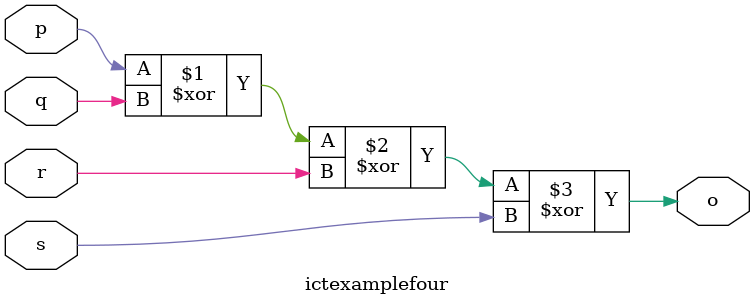
<source format=v>
module ictexamplefour(p,q,r,s,o);
	input p,q,r,s;
	output o;
	assign o=p^q^r^s;
endmodule

</source>
